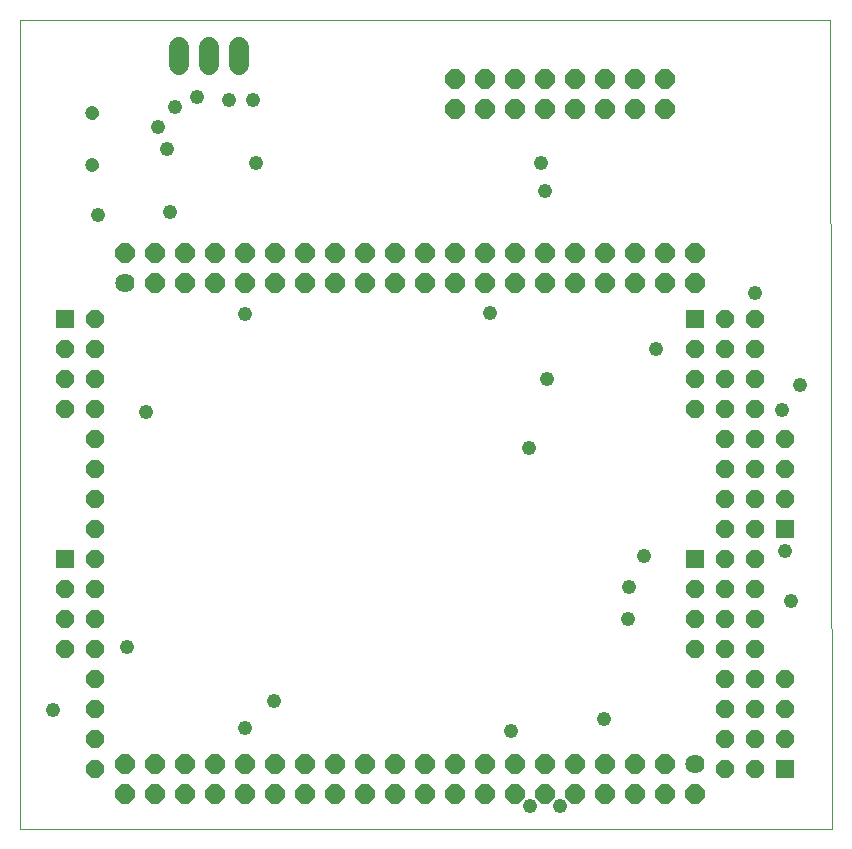
<source format=gbs>
G75*
G70*
%OFA0B0*%
%FSLAX24Y24*%
%IPPOS*%
%LPD*%
%AMOC8*
5,1,8,0,0,1.08239X$1,22.5*
%
%ADD10C,0.0000*%
%ADD11C,0.0640*%
%ADD12OC8,0.0640*%
%ADD13C,0.0680*%
%ADD14OC8,0.0595*%
%ADD15R,0.0595X0.0595*%
%ADD16C,0.0474*%
%ADD17C,0.0480*%
D10*
X000800Y000500D02*
X000800Y027470D01*
X027792Y027470D01*
X027842Y000500D01*
X000800Y000500D01*
X002997Y022634D02*
X002999Y022661D01*
X003005Y022688D01*
X003014Y022714D01*
X003027Y022738D01*
X003043Y022761D01*
X003062Y022780D01*
X003084Y022797D01*
X003108Y022811D01*
X003133Y022821D01*
X003160Y022828D01*
X003187Y022831D01*
X003215Y022830D01*
X003242Y022825D01*
X003268Y022817D01*
X003292Y022805D01*
X003315Y022789D01*
X003336Y022771D01*
X003353Y022750D01*
X003368Y022726D01*
X003379Y022701D01*
X003387Y022675D01*
X003391Y022648D01*
X003391Y022620D01*
X003387Y022593D01*
X003379Y022567D01*
X003368Y022542D01*
X003353Y022518D01*
X003336Y022497D01*
X003315Y022479D01*
X003293Y022463D01*
X003268Y022451D01*
X003242Y022443D01*
X003215Y022438D01*
X003187Y022437D01*
X003160Y022440D01*
X003133Y022447D01*
X003108Y022457D01*
X003084Y022471D01*
X003062Y022488D01*
X003043Y022507D01*
X003027Y022530D01*
X003014Y022554D01*
X003005Y022580D01*
X002999Y022607D01*
X002997Y022634D01*
X002997Y024366D02*
X002999Y024393D01*
X003005Y024420D01*
X003014Y024446D01*
X003027Y024470D01*
X003043Y024493D01*
X003062Y024512D01*
X003084Y024529D01*
X003108Y024543D01*
X003133Y024553D01*
X003160Y024560D01*
X003187Y024563D01*
X003215Y024562D01*
X003242Y024557D01*
X003268Y024549D01*
X003292Y024537D01*
X003315Y024521D01*
X003336Y024503D01*
X003353Y024482D01*
X003368Y024458D01*
X003379Y024433D01*
X003387Y024407D01*
X003391Y024380D01*
X003391Y024352D01*
X003387Y024325D01*
X003379Y024299D01*
X003368Y024274D01*
X003353Y024250D01*
X003336Y024229D01*
X003315Y024211D01*
X003293Y024195D01*
X003268Y024183D01*
X003242Y024175D01*
X003215Y024170D01*
X003187Y024169D01*
X003160Y024172D01*
X003133Y024179D01*
X003108Y024189D01*
X003084Y024203D01*
X003062Y024220D01*
X003043Y024239D01*
X003027Y024262D01*
X003014Y024286D01*
X003005Y024312D01*
X002999Y024339D01*
X002997Y024366D01*
D11*
X004300Y018700D03*
X023300Y002650D03*
D12*
X023300Y001650D03*
X022300Y001650D03*
X021300Y001650D03*
X021300Y002650D03*
X022300Y002650D03*
X020300Y002650D03*
X019300Y002650D03*
X019300Y001650D03*
X020300Y001650D03*
X018300Y001650D03*
X018300Y002650D03*
X017300Y002650D03*
X016300Y002650D03*
X016300Y001650D03*
X017300Y001650D03*
X015300Y001650D03*
X014300Y001650D03*
X014300Y002650D03*
X015300Y002650D03*
X013300Y002650D03*
X012300Y002650D03*
X012300Y001650D03*
X013300Y001650D03*
X011300Y001650D03*
X011300Y002650D03*
X010300Y002650D03*
X009300Y002650D03*
X009300Y001650D03*
X010300Y001650D03*
X008300Y001650D03*
X007300Y001650D03*
X007300Y002650D03*
X008300Y002650D03*
X006300Y002650D03*
X006300Y001650D03*
X005300Y001650D03*
X004300Y001650D03*
X004300Y002650D03*
X005300Y002650D03*
X005300Y018700D03*
X005300Y019700D03*
X004300Y019700D03*
X006300Y019700D03*
X006300Y018700D03*
X007300Y018700D03*
X008300Y018700D03*
X008300Y019700D03*
X007300Y019700D03*
X009300Y019700D03*
X010300Y019700D03*
X010300Y018700D03*
X009300Y018700D03*
X011300Y018700D03*
X011300Y019700D03*
X012300Y019700D03*
X013300Y019700D03*
X013300Y018700D03*
X012300Y018700D03*
X014300Y018700D03*
X015300Y018700D03*
X015300Y019700D03*
X014300Y019700D03*
X016300Y019700D03*
X017300Y019700D03*
X017300Y018700D03*
X016300Y018700D03*
X018300Y018700D03*
X018300Y019700D03*
X019300Y019700D03*
X020300Y019700D03*
X020300Y018700D03*
X019300Y018700D03*
X021300Y018700D03*
X022300Y018700D03*
X022300Y019700D03*
X021300Y019700D03*
X023300Y019700D03*
X023300Y018700D03*
X022300Y024500D03*
X021300Y024500D03*
X021300Y025500D03*
X022300Y025500D03*
X020300Y025500D03*
X019300Y025500D03*
X019300Y024500D03*
X020300Y024500D03*
X018300Y024500D03*
X018300Y025500D03*
X017300Y025500D03*
X016300Y025500D03*
X016300Y024500D03*
X017300Y024500D03*
X015300Y024500D03*
X015300Y025500D03*
D13*
X008100Y025950D02*
X008100Y026550D01*
X007100Y026550D02*
X007100Y025950D01*
X006100Y025950D02*
X006100Y026550D01*
D14*
X003300Y017500D03*
X003300Y016500D03*
X003300Y015500D03*
X002300Y015500D03*
X002300Y016500D03*
X002300Y014500D03*
X003300Y014500D03*
X003300Y013500D03*
X003300Y012500D03*
X003300Y011500D03*
X003300Y010500D03*
X003300Y009500D03*
X003300Y008500D03*
X003300Y007500D03*
X002300Y007500D03*
X002300Y008500D03*
X002300Y006500D03*
X003300Y006500D03*
X003300Y005500D03*
X003300Y004500D03*
X003300Y003500D03*
X003300Y002500D03*
X023300Y006500D03*
X024300Y006500D03*
X024300Y005500D03*
X024300Y004500D03*
X024300Y003500D03*
X024300Y002500D03*
X025300Y002500D03*
X025300Y003500D03*
X025300Y004500D03*
X025300Y005500D03*
X025300Y006500D03*
X025300Y007500D03*
X025300Y008500D03*
X025300Y009500D03*
X025300Y010500D03*
X025300Y011500D03*
X025300Y012500D03*
X025300Y013500D03*
X025300Y014500D03*
X025300Y015500D03*
X025300Y016500D03*
X025300Y017500D03*
X024300Y017500D03*
X024300Y016500D03*
X024300Y015500D03*
X023300Y015500D03*
X023300Y016500D03*
X023300Y014500D03*
X024300Y014500D03*
X024300Y013500D03*
X024300Y012500D03*
X024300Y011500D03*
X024300Y010500D03*
X024300Y009500D03*
X024300Y008500D03*
X024300Y007500D03*
X023300Y007500D03*
X023300Y008500D03*
X026300Y011500D03*
X026300Y012500D03*
X026300Y013500D03*
X026300Y005500D03*
X026300Y004500D03*
X026300Y003500D03*
D15*
X026300Y002500D03*
X023300Y009500D03*
X026300Y010500D03*
X023300Y017500D03*
X002300Y017500D03*
X002300Y009500D03*
D16*
X003194Y022634D03*
X003194Y024366D03*
D17*
X005400Y023900D03*
X005700Y023150D03*
X005950Y024550D03*
X006700Y024900D03*
X007750Y024800D03*
X008550Y024800D03*
X008650Y022700D03*
X005800Y021050D03*
X003400Y020950D03*
X008300Y017650D03*
X005000Y014400D03*
X004350Y006550D03*
X001900Y004450D03*
X008300Y003850D03*
X009250Y004750D03*
X017150Y003750D03*
X017800Y001250D03*
X018800Y001250D03*
X020250Y004150D03*
X021050Y007500D03*
X021100Y008550D03*
X021600Y009600D03*
X017750Y013200D03*
X018350Y015500D03*
X016450Y017700D03*
X018300Y021750D03*
X018150Y022700D03*
X022000Y016500D03*
X025300Y018350D03*
X026800Y015300D03*
X026200Y014450D03*
X026300Y009750D03*
X026500Y008100D03*
M02*

</source>
